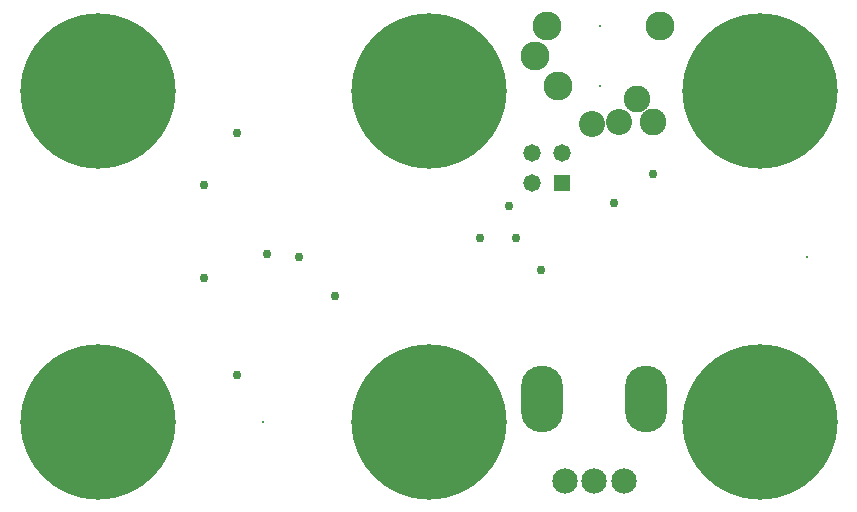
<source format=gbr>
%FSTAX24Y24*%
%MOIN*%
%IN MASK2.GBR *%
%ADD10C,0.0039*%
%ADD11C,0.0070*%
%ADD12C,0.0099*%
%ADD13C,0.0300*%
%ADD14C,0.0580*%
%ADD15C,0.0847*%
%ADD16C,0.0870*%
%ADD17C,0.0890*%
%ADD18C,0.0966*%
%ADD19C,0.5178*%
%ADD20O,0.1399X0.2225*%
%ADD21R,0.0580X0.0580*%
D16*X019409Y012874D03*D18*X018268Y014173D03*D16*X020315Y012953D03*D18*
X017913Y016142D03*D17*X020906Y01374D03*X021457Y012953D03*D18*
X021693Y016142D03*X01752Y015157D03*D11*X019685Y016142D03*Y014173D03*
D19*X013976Y002953D03*X002953Y013976D03*Y002953D03*X013976Y013976D03*
X025D03*Y002953D03*D12*X008465D03*D10*Y013976D03*D12*X026575Y008465D03*
D13*X021457Y01122D03*X016661Y010149D03*X020161Y010249D03*
X007571Y004528D03*Y012598D03*X017726Y008026D03*X015675Y009106D03*
X016875D03*X006487Y007751D03*Y010851D03*X009661Y008449D03*
X008575Y008551D03*X010861Y007149D03*D15*X018504Y000984D03*X019488D03*
X020472D03*D20*X02122Y00374D03*X017756D03*D21*X018413Y010917D03*D14*
X017413D03*X018413Y011917D03*X017413D03*
M02*
</source>
